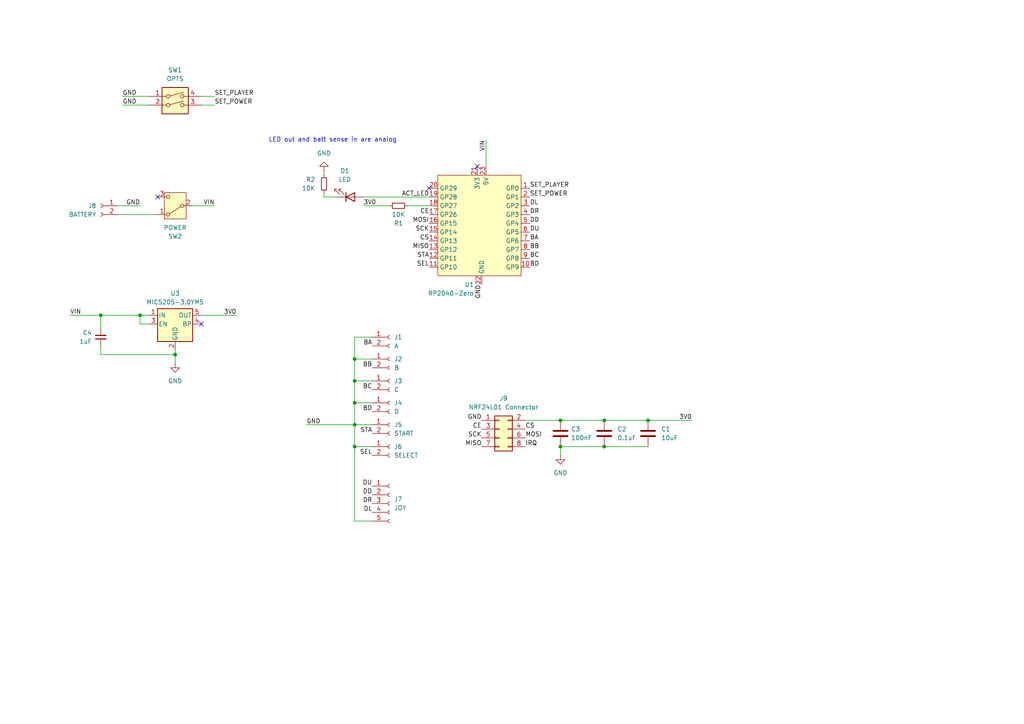
<source format=kicad_sch>
(kicad_sch (version 20231120) (generator "eeschema") (generator_version "8.0")
  (paper "A4")
  (title_block (title "NG2040 Controller") (date "2024-09-05") (rev "4") (company "@partlyhuman"))
  (lib_symbols
    (symbol "Connector:Conn_01x02_Socket" (pin_names (offset 1.016) hide)
      (property "Reference" "J" (at 0 2.54 0))
      (property "Value" "Conn_01x02_Socket" (at 0 -5.08 0))
      (symbol "Conn_01x02_Socket_1_1"
        (arc (start 0 -2.032) (mid -0.5058 -2.54) (end 0 -3.048) (stroke (width 0.1524)))
        (polyline (pts (xy -1.27 -2.54) (xy -0.508 -2.54)) (stroke (width 0.1524)))
        (polyline (pts (xy -1.27 0) (xy -0.508 0)) (stroke (width 0.1524)))
        (arc (start 0 0.508) (mid -0.5058 0) (end 0 -0.508) (stroke (width 0.1524)))
        (pin passive line (at -5.08 0 0) (length 3.81) (name "Pin_1") (number "1"))
        (pin passive line (at -5.08 -2.54 0) (length 3.81) (name "Pin_2") (number "2"))
      )
    )
    (symbol "Connector:Conn_01x05_Socket" (pin_names (offset 1.016) hide)
      (property "Reference" "J" (at 0 7.62 0))
      (property "Value" "Conn_01x05_Socket" (at 0 -7.62 0))
      (symbol "Conn_01x05_Socket_1_1"
        (arc (start 0 -4.572) (mid -0.5058 -5.08) (end 0 -5.588) (stroke (width 0.1524)))
        (arc (start 0 -2.032) (mid -0.5058 -2.54) (end 0 -3.048) (stroke (width 0.1524)))
        (polyline (pts (xy -1.27 -5.08) (xy -0.508 -5.08)) (stroke (width 0.1524)))
        (polyline (pts (xy -1.27 -2.54) (xy -0.508 -2.54)) (stroke (width 0.1524)))
        (polyline (pts (xy -1.27 0) (xy -0.508 0)) (stroke (width 0.1524)))
        (polyline (pts (xy -1.27 2.54) (xy -0.508 2.54)) (stroke (width 0.1524)))
        (polyline (pts (xy -1.27 5.08) (xy -0.508 5.08)) (stroke (width 0.1524)))
        (arc (start 0 0.508) (mid -0.5058 0) (end 0 -0.508) (stroke (width 0.1524)))
        (arc (start 0 3.048) (mid -0.5058 2.54) (end 0 2.032) (stroke (width 0.1524)))
        (arc (start 0 5.588) (mid -0.5058 5.08) (end 0 4.572) (stroke (width 0.1524)))
        (pin passive line (at -5.08 5.08 0) (length 3.81) (name "Pin_1") (number "1"))
        (pin passive line (at -5.08 2.54 0) (length 3.81) (name "Pin_2") (number "2"))
        (pin passive line (at -5.08 0 0) (length 3.81) (name "Pin_3") (number "3"))
        (pin passive line (at -5.08 -2.54 0) (length 3.81) (name "Pin_4") (number "4"))
        (pin passive line (at -5.08 -5.08 0) (length 3.81) (name "Pin_5") (number "5"))
      )
    )
    (symbol "Connector_Generic:Conn_02x04_Odd_Even" (pin_names (offset 1.016) hide)
      (property "Reference" "J" (at 1.27 5.08 0))
      (property "Value" "Conn_02x04_Odd_Even" (at 1.27 -7.62 0))
      (symbol "Conn_02x04_Odd_Even_1_1"
        (rectangle (start -1.27 -4.953) (end 0 -5.207) (stroke (width 0.1524)))
        (rectangle (start -1.27 -2.413) (end 0 -2.667) (stroke (width 0.1524)))
        (rectangle (start -1.27 0.127) (end 0 -0.127) (stroke (width 0.1524)))
        (rectangle (start -1.27 2.667) (end 0 2.413) (stroke (width 0.1524)))
        (rectangle (start -1.27 3.81) (end 3.81 -6.35) (stroke (width 0.254)) (fill (type background)))
        (rectangle (start 3.81 -4.953) (end 2.54 -5.207) (stroke (width 0.1524)))
        (rectangle (start 3.81 -2.413) (end 2.54 -2.667) (stroke (width 0.1524)))
        (rectangle (start 3.81 0.127) (end 2.54 -0.127) (stroke (width 0.1524)))
        (rectangle (start 3.81 2.667) (end 2.54 2.413) (stroke (width 0.1524)))
        (pin passive line (at -5.08 2.54 0) (length 3.81) (name "Pin_1") (number "1"))
        (pin passive line (at 7.62 2.54 180) (length 3.81) (name "Pin_2") (number "2"))
        (pin passive line (at -5.08 0 0) (length 3.81) (name "Pin_3") (number "3"))
        (pin passive line (at 7.62 0 180) (length 3.81) (name "Pin_4") (number "4"))
        (pin passive line (at -5.08 -2.54 0) (length 3.81) (name "Pin_5") (number "5"))
        (pin passive line (at 7.62 -2.54 180) (length 3.81) (name "Pin_6") (number "6"))
        (pin passive line (at -5.08 -5.08 0) (length 3.81) (name "Pin_7") (number "7"))
        (pin passive line (at 7.62 -5.08 180) (length 3.81) (name "Pin_8") (number "8"))
      )
    )
    (symbol "Device:C" (pin_numbers hide) (pin_names (offset 0.254))
      (property "Reference" "C" (at 0.635 2.54 0))
      (property "Value" "C" (at 0.635 -2.54 0))
      (symbol "C_0_1"
        (polyline (pts (xy -2.032 -0.762) (xy 2.032 -0.762)) (stroke (width 0.508)))
        (polyline (pts (xy -2.032 0.762) (xy 2.032 0.762)) (stroke (width 0.508)))
      )
      (symbol "C_1_1"
        (pin passive line (at 0 3.81 270) (length 2.794) (name "~") (number "1"))
        (pin passive line (at 0 -3.81 90) (length 2.794) (name "~") (number "2"))
      )
    )
    (symbol "Device:C_Small" (pin_numbers hide) (pin_names (offset 0.254) hide)
      (property "Reference" "C" (at 0.254 1.778 0))
      (property "Value" "C_Small" (at 0.254 -2.032 0))
      (symbol "C_Small_0_1"
        (polyline (pts (xy -1.524 -0.508) (xy 1.524 -0.508)) (stroke (width 0.3302)))
        (polyline (pts (xy -1.524 0.508) (xy 1.524 0.508)) (stroke (width 0.3048)))
      )
      (symbol "C_Small_1_1"
        (pin passive line (at 0 2.54 270) (length 2.032) (name "~") (number "1"))
        (pin passive line (at 0 -2.54 90) (length 2.032) (name "~") (number "2"))
      )
    )
    (symbol "Device:LED" (pin_numbers hide) (pin_names (offset 1.016) hide)
      (property "Reference" "D" (at 0 2.54 0))
      (property "Value" "LED" (at 0 -2.54 0))
      (symbol "LED_0_1"
        (polyline (pts (xy -1.27 -1.27) (xy -1.27 1.27)) (stroke (width 0.254)))
        (polyline (pts (xy -1.27 0) (xy 1.27 0)))
        (polyline (pts (xy 1.27 -1.27) (xy 1.27 1.27) (xy -1.27 0) (xy 1.27 -1.27)) (stroke (width 0.254)))
        (polyline (pts (xy -3.048 -0.762) (xy -4.572 -2.286) (xy -3.81 -2.286) (xy -4.572 -2.286) (xy -4.572 -1.524)))
        (polyline (pts (xy -1.778 -0.762) (xy -3.302 -2.286) (xy -2.54 -2.286) (xy -3.302 -2.286) (xy -3.302 -1.524)))
      )
      (symbol "LED_1_1"
        (pin passive line (at -3.81 0 0) (length 2.54) (name "K") (number "1"))
        (pin passive line (at 3.81 0 180) (length 2.54) (name "A") (number "2"))
      )
    )
    (symbol "Device:R_Small" (pin_numbers hide) (pin_names (offset 0.254) hide)
      (property "Reference" "R" (at 0.762 0.508 0))
      (property "Value" "R_Small" (at 0.762 -1.016 0))
      (symbol "R_Small_0_1"
        (rectangle (start -0.762 1.778) (end 0.762 -1.778) (stroke (width 0.2032)))
      )
      (symbol "R_Small_1_1"
        (pin passive line (at 0 2.54 270) (length 0.762) (name "~") (number "1"))
        (pin passive line (at 0 -2.54 90) (length 0.762) (name "~") (number "2"))
      )
    )
    (symbol "GND_2" (power) (pin_numbers hide) (pin_names (offset 0) hide)
      (property "Value" "GND" (at 0 -3.81 0))
      (symbol "GND_2_0_1"
        (polyline (pts (xy 0 0) (xy 0 -1.27) (xy 1.27 -1.27) (xy 0 -2.54) (xy -1.27 -1.27) (xy 0 -1.27)))
      )
      (symbol "GND_2_1_1"
        (pin power_in line (at 0 0 270) (length 0) (name "~") (number "1"))
      )
    )
    (symbol "GND_3" (power) (pin_numbers hide) (pin_names (offset 0) hide)
      (property "Value" "GND" (at 0 -3.81 0))
      (symbol "GND_3_0_1"
        (polyline (pts (xy 0 0) (xy 0 -1.27) (xy 1.27 -1.27) (xy 0 -2.54) (xy -1.27 -1.27) (xy 0 -1.27)))
      )
      (symbol "GND_3_1_1"
        (pin power_in line (at 0 0 270) (length 0) (name "~") (number "1"))
      )
    )
    (symbol "GND_4" (power) (pin_numbers hide) (pin_names (offset 0) hide)
      (property "Value" "GND" (at 0 -3.81 0))
      (symbol "GND_4_0_1"
        (polyline (pts (xy 0 0) (xy 0 -1.27) (xy 1.27 -1.27) (xy 0 -2.54) (xy -1.27 -1.27) (xy 0 -1.27)))
      )
      (symbol "GND_4_1_1"
        (pin power_in line (at 0 0 270) (length 0) (name "~") (number "1"))
      )
    )
    (symbol "RP2040Zero:RP2040-Zero"
      (property "Reference" "RZ" (at 0 0 0))
      (property "Value" "RP2040-Zero" (at 0 -2.54 0))
      (symbol "RP2040-Zero_0_1"
        (rectangle (start -11.43 -15.24) (end 12.7 13.97) (fill (type background)))
      )
      (symbol "RP2040-Zero_1_1"
        (pin bidirectional line (at -13.97 10.16 0) (length 2.54) (name "GP0") (number "1"))
        (pin bidirectional line (at -13.97 -12.7 0) (length 2.54) (name "GP9") (number "10"))
        (pin bidirectional line (at 15.24 -12.7 180) (length 2.54) (name "GP10") (number "11"))
        (pin bidirectional line (at 15.24 -10.16 180) (length 2.54) (name "GP11") (number "12"))
        (pin bidirectional line (at 15.24 -7.62 180) (length 2.54) (name "GP12") (number "13"))
        (pin bidirectional line (at 15.24 -5.08 180) (length 2.54) (name "GP13") (number "14"))
        (pin bidirectional line (at 15.24 -2.54 180) (length 2.54) (name "GP14") (number "15"))
        (pin bidirectional line (at 15.24 0 180) (length 2.54) (name "GP15") (number "16"))
        (pin bidirectional line (at 15.24 2.54 180) (length 2.54) (name "GP26") (number "17"))
        (pin bidirectional line (at 15.24 5.08 180) (length 2.54) (name "GP27") (number "18"))
        (pin bidirectional line (at 15.24 7.62 180) (length 2.54) (name "GP28") (number "19"))
        (pin bidirectional line (at -13.97 7.62 0) (length 2.54) (name "GP1") (number "2"))
        (pin bidirectional line (at 15.24 10.16 180) (length 2.54) (name "GP29") (number "20"))
        (pin power_in line (at 1.27 16.51 270) (length 2.54) (name "3V3") (number "21"))
        (pin power_in line (at 0 -17.78 90) (length 2.54) (name "GND") (number "22"))
        (pin power_in line (at -1.27 16.51 270) (length 2.54) (name "5V") (number "23"))
        (pin bidirectional line (at -13.97 5.08 0) (length 2.54) (name "GP2") (number "3"))
        (pin bidirectional line (at -13.97 2.54 0) (length 2.54) (name "GP3") (number "4"))
        (pin bidirectional line (at -13.97 0 0) (length 2.54) (name "GP4") (number "5"))
        (pin bidirectional line (at -13.97 -2.54 0) (length 2.54) (name "GP5") (number "6"))
        (pin bidirectional line (at -13.97 -5.08 0) (length 2.54) (name "GP6") (number "7"))
        (pin bidirectional line (at -13.97 -7.62 0) (length 2.54) (name "GP7") (number "8"))
        (pin bidirectional line (at -13.97 -10.16 0) (length 2.54) (name "GP8") (number "9"))
      )
    )
    (symbol "Regulator_Linear:MIC5205-3.0YM5" (pin_names (offset 0.254))
      (property "Reference" "U" (at -3.81 5.715 0))
      (property "Value" "MIC5205-3.0YM5" (at 0 5.715 0))
      (symbol "MIC5205-3.0YM5_0_1"
        (rectangle (start -5.08 4.445) (end 5.08 -5.08) (stroke (width 0.254)) (fill (type background)))
      )
      (symbol "MIC5205-3.0YM5_1_1"
        (pin power_in line (at -7.62 2.54 0) (length 2.54) (name "IN") (number "1"))
        (pin power_in line (at 0 -7.62 90) (length 2.54) (name "GND") (number "2"))
        (pin input line (at -7.62 0 0) (length 2.54) (name "EN") (number "3"))
        (pin input line (at 7.62 0 180) (length 2.54) (name "BP") (number "4"))
        (pin power_out line (at 7.62 2.54 180) (length 2.54) (name "OUT") (number "5"))
      )
    )
    (symbol "Switch:SW_DIP_x02" (pin_names (offset 0) hide)
      (property "Reference" "SW" (at 0 6.35 0))
      (property "Value" "SW_DIP_x02" (at 0 -3.81 0))
      (symbol "SW_DIP_x02_0_0"
        (circle (center -2.032 0) (radius 0.508))
        (circle (center -2.032 2.54) (radius 0.508))
        (polyline (pts (xy -1.524 0.127) (xy 2.3622 1.1684)))
        (polyline (pts (xy -1.524 2.667) (xy 2.3622 3.7084)))
        (circle (center 2.032 0) (radius 0.508))
        (circle (center 2.032 2.54) (radius 0.508))
      )
      (symbol "SW_DIP_x02_0_1"
        (rectangle (start -3.81 5.08) (end 3.81 -2.54) (stroke (width 0.254)) (fill (type background)))
      )
      (symbol "SW_DIP_x02_1_1"
        (pin passive line (at -7.62 2.54 0) (length 5.08) (name "~") (number "1"))
        (pin passive line (at -7.62 0 0) (length 5.08) (name "~") (number "2"))
        (pin passive line (at 7.62 0 180) (length 5.08) (name "~") (number "3"))
        (pin passive line (at 7.62 2.54 180) (length 5.08) (name "~") (number "4"))
      )
    )
    (symbol "Switch:SW_SPDT" (pin_names (offset 0) hide)
      (property "Reference" "SW" (at 0 5.08 0))
      (property "Value" "SW_SPDT" (at 0 -5.08 0))
      (symbol "SW_SPDT_0_1"
        (circle (center -2.032 0) (radius 0.4572))
        (polyline (pts (xy -1.651 0.254) (xy 1.651 2.286)))
        (circle (center 2.032 -2.54) (radius 0.4572))
        (circle (center 2.032 2.54) (radius 0.4572))
      )
      (symbol "SW_SPDT_1_1"
        (rectangle (start -3.175 3.81) (end 3.175 -3.81) (fill (type background)))
        (pin passive line (at 5.08 2.54 180) (length 2.54) (name "A") (number "1"))
        (pin passive line (at -5.08 0 0) (length 2.54) (name "B") (number "2"))
        (pin passive line (at 5.08 -2.54 180) (length 2.54) (name "C") (number "3"))
      )
    )
  )
  (junction (at 40.64 91.44))
  (junction (at 102.87 104.14))
  (junction (at 175.26 121.92))
  (junction (at 162.56 129.54))
  (junction (at 102.87 123.19))
  (junction (at 102.87 110.49))
  (junction (at 102.87 116.84))
  (junction (at 50.8 102.87))
  (junction (at 29.21 91.44))
  (junction (at 187.96 121.92))
  (junction (at 162.56 121.92))
  (junction (at 175.26 129.54))
  (junction (at 102.87 129.54))
  (no_connect (at 124.46 54.61))
  (no_connect (at 138.43 48.26))
  (no_connect (at 58.42 93.98))
  (no_connect (at 45.72 57.15))
  (wire (pts (xy 187.96 121.92) (xy 200.66 121.92)))
  (wire (pts (xy 29.21 102.87) (xy 50.8 102.87)))
  (wire (pts (xy 50.8 101.6) (xy 50.8 102.87)))
  (wire (pts (xy 118.11 59.69) (xy 124.46 59.69)))
  (wire (pts (xy 107.95 123.19) (xy 102.87 123.19)))
  (wire (pts (xy 55.88 59.69) (xy 62.23 59.69)))
  (wire (pts (xy 175.26 121.92) (xy 187.96 121.92)))
  (wire (pts (xy 102.87 151.13) (xy 107.95 151.13)))
  (wire (pts (xy 62.23 27.94) (xy 58.42 27.94)))
  (wire (pts (xy 102.87 123.19) (xy 102.87 129.54)))
  (wire (pts (xy 102.87 104.14) (xy 107.95 104.14)))
  (wire (pts (xy 175.26 129.54) (xy 187.96 129.54)))
  (wire (pts (xy 107.95 97.79) (xy 102.87 97.79)))
  (wire (pts (xy 58.42 91.44) (xy 68.58 91.44)))
  (wire (pts (xy 29.21 100.33) (xy 29.21 102.87)))
  (wire (pts (xy 102.87 97.79) (xy 102.87 104.14)))
  (wire (pts (xy 20.32 91.44) (xy 29.21 91.44)))
  (wire (pts (xy 102.87 129.54) (xy 107.95 129.54)))
  (wire (pts (xy 40.64 93.98) (xy 43.18 93.98)))
  (wire (pts (xy 102.87 116.84) (xy 102.87 123.19)))
  (wire (pts (xy 88.9 123.19) (xy 102.87 123.19)))
  (wire (pts (xy 97.79 57.15) (xy 93.98 57.15)))
  (wire (pts (xy 140.97 40.64) (xy 140.97 48.26)))
  (wire (pts (xy 43.18 27.94) (xy 35.56 27.94)))
  (wire (pts (xy 93.98 50.8) (xy 93.98 49.53)))
  (wire (pts (xy 162.56 121.92) (xy 175.26 121.92)))
  (wire (pts (xy 102.87 110.49) (xy 102.87 116.84)))
  (wire (pts (xy 40.64 91.44) (xy 40.64 93.98)))
  (wire (pts (xy 162.56 129.54) (xy 175.26 129.54)))
  (wire (pts (xy 162.56 129.54) (xy 162.56 132.08)))
  (wire (pts (xy 102.87 129.54) (xy 102.87 151.13)))
  (wire (pts (xy 62.23 30.48) (xy 58.42 30.48)))
  (wire (pts (xy 29.21 91.44) (xy 29.21 95.25)))
  (wire (pts (xy 162.56 121.92) (xy 152.4 121.92)))
  (wire (pts (xy 43.18 30.48) (xy 35.56 30.48)))
  (wire (pts (xy 40.64 91.44) (xy 43.18 91.44)))
  (wire (pts (xy 34.29 59.69) (xy 40.64 59.69)))
  (wire (pts (xy 93.98 57.15) (xy 93.98 55.88)))
  (wire (pts (xy 105.41 59.69) (xy 113.03 59.69)))
  (wire (pts (xy 34.29 62.23) (xy 45.72 62.23)))
  (wire (pts (xy 102.87 116.84) (xy 107.95 116.84)))
  (wire (pts (xy 124.46 57.15) (xy 105.41 57.15)))
  (wire (pts (xy 102.87 110.49) (xy 107.95 110.49)))
  (wire (pts (xy 50.8 102.87) (xy 50.8 105.41)))
  (wire (pts (xy 102.87 104.14) (xy 102.87 110.49)))
  (wire (pts (xy 29.21 91.44) (xy 40.64 91.44)))
  (text "LED out and batt sense in are analog" (at 96.52 40.64 0) (effects (font (size 1.27 1.27))))
  (label "SCK" (at 139.7 127 180))
  (label "CS" (at 124.46 69.85 180))
  (label "GND" (at 139.7 82.55 270))
  (label "MISO" (at 139.7 129.54 180))
  (label "BC" (at 107.95 113.03 180))
  (label "SET_POWER" (at 153.67 57.15 0))
  (label "STA" (at 107.95 125.73 180))
  (label "DL" (at 153.67 59.69 0))
  (label "GND" (at 40.64 59.69 180))
  (label "3V0" (at 105.41 59.69 0))
  (label "SCK" (at 124.46 67.31 180))
  (label "VIN" (at 140.97 40.64 270))
  (label "BA" (at 153.67 69.85 0))
  (label "DR" (at 107.95 146.05 180))
  (label "BD" (at 153.67 77.47 0))
  (label "SET_PLAYER" (at 153.67 54.61 0))
  (label "GND" (at 139.7 121.92 180))
  (label "DU" (at 107.95 140.97 180))
  (label "MISO" (at 124.46 72.39 180))
  (label "CE" (at 139.7 124.46 180))
  (label "SEL" (at 107.95 132.08 180))
  (label "SET_POWER" (at 62.23 30.48 0))
  (label "CE" (at 124.46 62.23 180))
  (label "SET_PLAYER" (at 62.23 27.94 0))
  (label "DD" (at 107.95 143.51 180))
  (label "BB" (at 107.95 106.68 180))
  (label "GND" (at 35.56 27.94 0))
  (label "STA" (at 124.46 74.93 180))
  (label "GND" (at 88.9 123.19 0))
  (label "BB" (at 153.67 72.39 0))
  (label "DR" (at 153.67 62.23 0))
  (label "BD" (at 107.95 119.38 180))
  (label "SEL" (at 124.46 77.47 180))
  (label "DD" (at 153.67 64.77 0))
  (label "MOSI" (at 124.46 64.77 180))
  (label "DL" (at 107.95 148.59 180))
  (label "DU" (at 153.67 67.31 0))
  (label "CS" (at 152.4 124.46 0))
  (label "BC" (at 153.67 74.93 0))
  (label "3V0" (at 200.66 121.92 180))
  (label "VIN" (at 62.23 59.69 180))
  (label "GND" (at 35.56 30.48 0))
  (label "MOSI" (at 152.4 127 0))
  (label "VIN" (at 20.32 91.44 0))
  (label "ACT_LED" (at 124.46 57.15 180))
  (label "BA" (at 107.95 100.33 180))
  (label "IRQ" (at 152.4 129.54 0))
  (label "3V0" (at 68.58 91.44 180))
  (symbol (lib_id "Device:LED") (at 101.6 57.15 0) (mirror x) (unit 1)
    (property "Reference" "D1" (at 100.0125 49.53 0))
    (property "Value" "LED" (at 100.0125 52.07 0))
    (property "Footprint" "LED_THT:LED_D3.0mm_Horizontal_O1.27mm_Z6.0mm" (effects (hide yes)))
    (property "Description" "Light emitting diode" (effects (hide yes)))
  )
  (symbol (lib_id "Connector:Conn_01x02_Socket") (at 113.03 97.79 0) (unit 1)
    (property "Reference" "J1" (at 114.3 97.7899 0) (effects (justify left)))
    (property "Value" "A" (at 114.3 100.3299 0) (effects (justify left)))
    (property "Footprint" "Connector_JST:JST_XH_B2B-XH-A_1x02_P2.50mm_Vertical" (effects (hide yes)))
  )
  (symbol (lib_id "Device:C") (at 162.56 125.73 180) (unit 1)
    (property "Reference" "C3" (at 165.608 124.46 0) (effects (justify right)))
    (property "Value" "100nF" (at 165.608 127 0) (effects (justify right)))
    (property "Footprint" "Capacitor_SMD:C_0805_2012Metric_Pad1.18x1.45mm_HandSolder" (effects (hide yes)))
  )
  (symbol (lib_name "GND_3") (lib_id "power:GND") (at 93.98 49.53 180) (unit 1)
    (property "Reference" "#PWR01" (effects (hide yes)))
    (property "Value" "GND" (at 93.98 44.45 0))
    (property "Description" "Power symbol creates a global label with name \"GND\" , ground" (effects (hide yes)))
  )
  (symbol (lib_id "Connector_Generic:Conn_02x04_Odd_Even") (at 144.78 124.46 0) (unit 1)
    (property "Reference" "J9" (at 146.05 115.57 0))
    (property "Value" "NRF24L01 Connector" (at 146.05 118.11 0))
    (property "Footprint" "Connector_PinHeader_2.54mm:PinHeader_2x04_P2.54mm_Vertical" (effects (hide yes)))
    (property "Description" "Generic connector, double row, 02x04, odd/even pin numbering scheme (row 1 odd numbers, row 2 even numbers), script generated (kicad-library-utils/schlib/autogen/connector/)" (effects (hide yes)))
  )
  (symbol (lib_id "Connector:Conn_01x02_Socket") (at 113.03 104.14 0) (unit 1)
    (property "Reference" "J2" (at 114.3 104.1399 0) (effects (justify left)))
    (property "Value" "B" (at 114.3 106.6799 0) (effects (justify left)))
    (property "Footprint" "Connector_JST:JST_XH_B2B-XH-A_1x02_P2.50mm_Vertical" (effects (hide yes)))
  )
  (symbol (lib_id "Device:C_Small") (at 29.21 97.79 0) (mirror x) (unit 1)
    (property "Reference" "C4" (at 26.67 96.5135 0) (effects (justify right)))
    (property "Value" "1uF" (at 26.67 99.0535 0) (effects (justify right)))
    (property "Footprint" "Capacitor_SMD:C_0805_2012Metric_Pad1.18x1.45mm_HandSolder" (effects (hide yes)))
    (property "Description" "Unpolarized capacitor, small symbol" (effects (hide yes)))
  )
  (symbol (lib_id "Device:R_Small") (at 115.57 59.69 270) (mirror x) (unit 1)
    (property "Reference" "R1" (at 115.57 64.77 90))
    (property "Value" "10K" (at 115.57 62.23 90))
    (property "Footprint" "Resistor_SMD:R_0805_2012Metric_Pad1.20x1.40mm_HandSolder" (effects (hide yes)))
    (property "Description" "Resistor, small symbol" (effects (hide yes)))
  )
  (symbol (lib_id "Connector:Conn_01x05_Socket") (at 113.03 146.05 0) (unit 1)
    (property "Reference" "J7" (at 114.3 144.7799 0) (effects (justify left)))
    (property "Value" "JOY" (at 114.3 147.3199 0) (effects (justify left)))
    (property "Footprint" "Connector_JST:JST_XH_B5B-XH-A_1x05_P2.50mm_Vertical" (effects (hide yes)))
  )
  (symbol (lib_id "Switch:SW_SPDT") (at 50.8 59.69 180) (unit 1)
    (property "Reference" "SW2" (at 50.8 68.58 0))
    (property "Value" "POWER" (at 50.8 66.04 0))
    (property "Footprint" "Button_Switch_THT:SW_Slide_SPDT_Angled_CK_OS102011MA1Q" (effects (hide yes)))
    (property "Description" "Switch, single pole double throw" (effects (hide yes)))
  )
  (symbol (lib_id "Device:R_Small") (at 93.98 53.34 180) (unit 1)
    (property "Reference" "R2" (at 91.44 52.0699 0) (effects (justify left)))
    (property "Value" "10K" (at 91.44 54.6099 0) (effects (justify left)))
    (property "Footprint" "Resistor_SMD:R_0805_2012Metric_Pad1.20x1.40mm_HandSolder" (effects (hide yes)))
    (property "Description" "Resistor, small symbol" (effects (hide yes)))
  )
  (symbol (lib_id "RP2040Zero:RP2040-Zero") (at 139.7 64.77 0) (mirror y) (unit 1)
    (property "Reference" "U1" (at 137.5059 82.55 0) (effects (justify left)))
    (property "Value" "RP2040-Zero" (at 137.5059 85.09 0) (effects (justify left)))
    (property "Footprint" "RP2040Zero:RP2040-Zero" (effects (hide yes)))
  )
  (symbol (lib_id "Connector:Conn_01x02_Socket") (at 113.03 116.84 0) (unit 1)
    (property "Reference" "J4" (at 114.3 116.8399 0) (effects (justify left)))
    (property "Value" "D" (at 114.3 119.3799 0) (effects (justify left)))
    (property "Footprint" "Connector_JST:JST_XH_B2B-XH-A_1x02_P2.50mm_Vertical" (effects (hide yes)))
  )
  (symbol (lib_id "Connector:Conn_01x02_Socket") (at 29.21 59.69 0) (mirror y) (unit 1)
    (property "Reference" "J8" (at 27.94 59.6899 0) (effects (justify left)))
    (property "Value" "BATTERY" (at 27.94 62.2299 0) (effects (justify left)))
    (property "Footprint" "Connector_JST:JST_PH_B2B-PH-K_1x02_P2.00mm_Vertical" (effects (hide yes)))
  )
  (symbol (lib_id "Connector:Conn_01x02_Socket") (at 113.03 129.54 0) (unit 1)
    (property "Reference" "J6" (at 114.3 129.5399 0) (effects (justify left)))
    (property "Value" "SELECT" (at 114.3 132.0799 0) (effects (justify left)))
    (property "Footprint" "Connector_JST:JST_XH_B2B-XH-A_1x02_P2.50mm_Vertical" (effects (hide yes)))
  )
  (symbol (lib_id "Switch:SW_DIP_x02") (at 50.8 30.48 0) (unit 1)
    (property "Reference" "SW1" (at 50.8 20.32 0))
    (property "Value" "OPTS" (at 50.8 22.86 0))
    (property "Footprint" "Button_Switch_SMD:SW_DIP_SPSTx02_Slide_6.7x6.64mm_W8.61mm_P2.54mm_LowProfile" (effects (hide yes)))
    (property "Description" "2x DIP Switch, Single Pole Single Throw (SPST) switch, small symbol" (effects (hide yes)))
  )
  (symbol (lib_id "Connector:Conn_01x02_Socket") (at 113.03 110.49 0) (unit 1)
    (property "Reference" "J3" (at 114.3 110.4899 0) (effects (justify left)))
    (property "Value" "C" (at 114.3 113.0299 0) (effects (justify left)))
    (property "Footprint" "Connector_JST:JST_XH_B2B-XH-A_1x02_P2.50mm_Vertical" (effects (hide yes)))
  )
  (symbol (lib_name "GND_2") (lib_id "power:GND") (at 50.8 105.41 0) (unit 1)
    (property "Reference" "#PWR03" (effects (hide yes)))
    (property "Value" "GND" (at 50.8 110.49 0))
    (property "Description" "Power symbol creates a global label with name \"GND\" , ground" (effects (hide yes)))
  )
  (symbol (lib_id "Regulator_Linear:MIC5205-3.0YM5") (at 50.8 93.98 0) (unit 1)
    (property "Reference" "U3" (at 50.8 85.09 0))
    (property "Value" "MIC5205-3.0YM5" (at 50.8 87.63 0))
    (property "Footprint" "Package_TO_SOT_SMD:SOT-23-5" (effects (hide yes)))
    (property "Datasheet" "http://ww1.microchip.com/downloads/en/DeviceDoc/20005785A.pdf" (effects (hide yes)))
    (property "Description" "150mA low dropout linear regulator, fixed 3.0V output, SOT-23-5" (effects (hide yes)))
  )
  (symbol (lib_name "GND_4") (lib_id "power:GND") (at 162.56 132.08 0) (unit 1)
    (property "Reference" "#PWR05" (effects (hide yes)))
    (property "Value" "GND" (at 162.56 137.16 0))
    (property "Description" "Power symbol creates a global label with name \"GND\" , ground" (effects (hide yes)))
  )
  (symbol (lib_id "Device:C") (at 175.26 125.73 180) (unit 1)
    (property "Reference" "C2" (at 179.07 124.4599 0) (effects (justify right)))
    (property "Value" "0.1uF" (at 179.07 126.9999 0) (effects (justify right)))
    (property "Footprint" "Capacitor_SMD:C_0805_2012Metric_Pad1.18x1.45mm_HandSolder" (effects (hide yes)))
  )
  (symbol (lib_id "Device:C") (at 187.96 125.73 180) (unit 1)
    (property "Reference" "C1" (at 191.77 124.4599 0) (effects (justify right)))
    (property "Value" "10uF" (at 191.77 126.9999 0) (effects (justify right)))
    (property "Footprint" "Capacitor_SMD:C_0805_2012Metric_Pad1.18x1.45mm_HandSolder" (effects (hide yes)))
  )
  (symbol (lib_id "Connector:Conn_01x02_Socket") (at 113.03 123.19 0) (unit 1)
    (property "Reference" "J5" (at 114.3 123.1899 0) (effects (justify left)))
    (property "Value" "START" (at 114.3 125.7299 0) (effects (justify left)))
    (property "Footprint" "Connector_JST:JST_XH_B2B-XH-A_1x02_P2.50mm_Vertical" (effects (hide yes)))
  )
)
</source>
